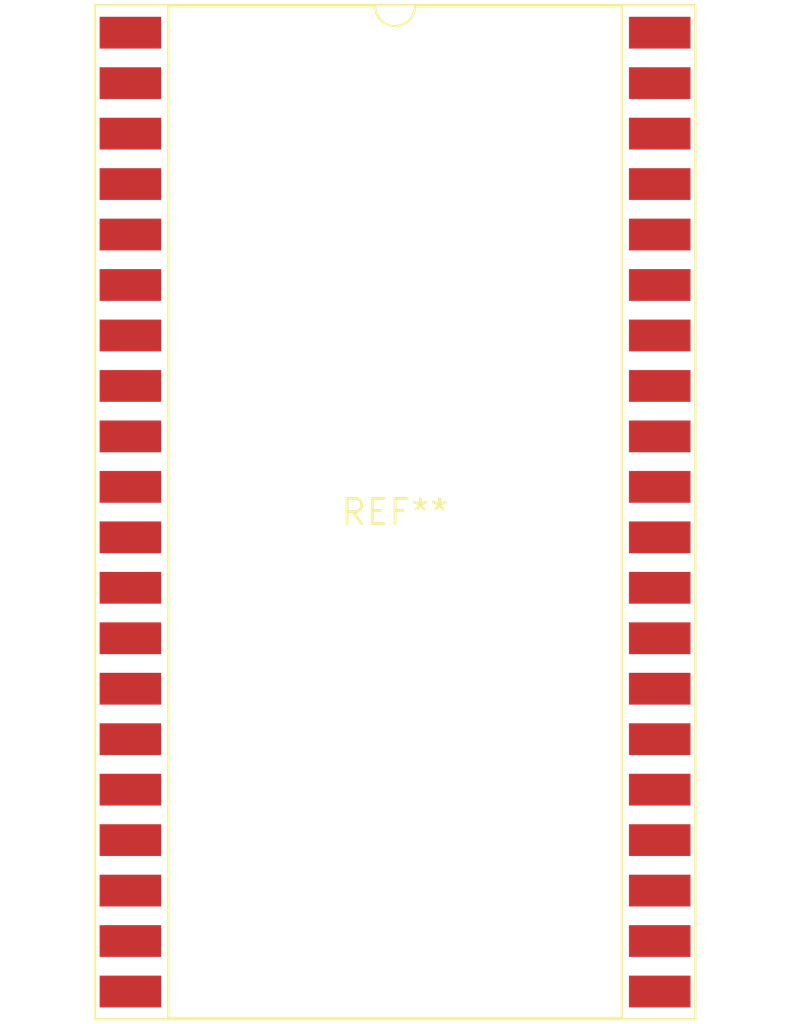
<source format=kicad_pcb>
(kicad_pcb (version 20240108) (generator pcbnew)
  (layers (0 "F.Cu" signal) (31 "B.Cu" signal) (34 "B.Paste" user) (35 "F.Paste" user) (36 "B.SilkS" user "B.Silkscreen") (37 "F.SilkS" user "F.Silkscreen") (38 "B.Mask" user) (39 "F.Mask" user) (44 "Edge.Cuts" user))
  (net 0 "")
  (footprint "DIP-40_W26.67mm_SMDSocket_LongPads" (layer "F.Cu") (at 0 0)
    (property "Reference" "REF**")
    (property "Value" "DIP-40_W26.67mm_SMDSocket_LongPads")
    (fp_line (start -15.125 -25.52) (end -15.125 25.52) (layer "F.SilkS") (stroke (width 0.12)))
    (fp_line (start -15.125 25.52) (end 15.125 25.52) (layer "F.SilkS") (stroke (width 0.12)))
    (fp_line (start -11.425 -25.46) (end -11.425 25.46) (layer "F.SilkS") (stroke (width 0.12)))
    (fp_line (start -11.425 25.46) (end 11.425 25.46) (layer "F.SilkS") (stroke (width 0.12)))
    (fp_line (start -1 -25.46) (end -11.425 -25.46) (layer "F.SilkS") (stroke (width 0.12)))
    (fp_line (start 11.425 -25.46) (end 1 -25.46) (layer "F.SilkS") (stroke (width 0.12)))
    (fp_line (start 11.425 25.46) (end 11.425 -25.46) (layer "F.SilkS") (stroke (width 0.12)))
    (fp_line (start 15.125 -25.52) (end -15.125 -25.52) (layer "F.SilkS") (stroke (width 0.12)))
    (fp_line (start 15.125 25.52) (end 15.125 -25.52) (layer "F.SilkS") (stroke (width 0.12)))
    (fp_arc (start 1 -25.46) (mid 0 -24.46) (end -1 -25.46) (layer "F.SilkS") (stroke (width 0.12)))
    (pad "1" smd rect (at -13.335 -24.13) (size 3.1 1.6) (layers "F.Cu" "F.Paste" "F.Mask"))
    (pad "2" smd rect (at -13.335 -21.59) (size 3.1 1.6) (layers "F.Cu" "F.Paste" "F.Mask"))
    (pad "3" smd rect (at -13.335 -19.05) (size 3.1 1.6) (layers "F.Cu" "F.Paste" "F.Mask"))
    (pad "4" smd rect (at -13.335 -16.51) (size 3.1 1.6) (layers "F.Cu" "F.Paste" "F.Mask"))
    (pad "5" smd rect (at -13.335 -13.97) (size 3.1 1.6) (layers "F.Cu" "F.Paste" "F.Mask"))
    (pad "6" smd rect (at -13.335 -11.43) (size 3.1 1.6) (layers "F.Cu" "F.Paste" "F.Mask"))
    (pad "7" smd rect (at -13.335 -8.89) (size 3.1 1.6) (layers "F.Cu" "F.Paste" "F.Mask"))
    (pad "8" smd rect (at -13.335 -6.35) (size 3.1 1.6) (layers "F.Cu" "F.Paste" "F.Mask"))
    (pad "9" smd rect (at -13.335 -3.81) (size 3.1 1.6) (layers "F.Cu" "F.Paste" "F.Mask"))
    (pad "10" smd rect (at -13.335 -1.27) (size 3.1 1.6) (layers "F.Cu" "F.Paste" "F.Mask"))
    (pad "11" smd rect (at -13.335 1.27) (size 3.1 1.6) (layers "F.Cu" "F.Paste" "F.Mask"))
    (pad "12" smd rect (at -13.335 3.81) (size 3.1 1.6) (layers "F.Cu" "F.Paste" "F.Mask"))
    (pad "13" smd rect (at -13.335 6.35) (size 3.1 1.6) (layers "F.Cu" "F.Paste" "F.Mask"))
    (pad "14" smd rect (at -13.335 8.89) (size 3.1 1.6) (layers "F.Cu" "F.Paste" "F.Mask"))
    (pad "15" smd rect (at -13.335 11.43) (size 3.1 1.6) (layers "F.Cu" "F.Paste" "F.Mask"))
    (pad "16" smd rect (at -13.335 13.97) (size 3.1 1.6) (layers "F.Cu" "F.Paste" "F.Mask"))
    (pad "17" smd rect (at -13.335 16.51) (size 3.1 1.6) (layers "F.Cu" "F.Paste" "F.Mask"))
    (pad "18" smd rect (at -13.335 19.05) (size 3.1 1.6) (layers "F.Cu" "F.Paste" "F.Mask"))
    (pad "19" smd rect (at -13.335 21.59) (size 3.1 1.6) (layers "F.Cu" "F.Paste" "F.Mask"))
    (pad "20" smd rect (at -13.335 24.13) (size 3.1 1.6) (layers "F.Cu" "F.Paste" "F.Mask"))
    (pad "21" smd rect (at 13.335 24.13) (size 3.1 1.6) (layers "F.Cu" "F.Paste" "F.Mask"))
    (pad "22" smd rect (at 13.335 21.59) (size 3.1 1.6) (layers "F.Cu" "F.Paste" "F.Mask"))
    (pad "23" smd rect (at 13.335 19.05) (size 3.1 1.6) (layers "F.Cu" "F.Paste" "F.Mask"))
    (pad "24" smd rect (at 13.335 16.51) (size 3.1 1.6) (layers "F.Cu" "F.Paste" "F.Mask"))
    (pad "25" smd rect (at 13.335 13.97) (size 3.1 1.6) (layers "F.Cu" "F.Paste" "F.Mask"))
    (pad "26" smd rect (at 13.335 11.43) (size 3.1 1.6) (layers "F.Cu" "F.Paste" "F.Mask"))
    (pad "27" smd rect (at 13.335 8.89) (size 3.1 1.6) (layers "F.Cu" "F.Paste" "F.Mask"))
    (pad "28" smd rect (at 13.335 6.35) (size 3.1 1.6) (layers "F.Cu" "F.Paste" "F.Mask"))
    (pad "29" smd rect (at 13.335 3.81) (size 3.1 1.6) (layers "F.Cu" "F.Paste" "F.Mask"))
    (pad "30" smd rect (at 13.335 1.27) (size 3.1 1.6) (layers "F.Cu" "F.Paste" "F.Mask"))
    (pad "31" smd rect (at 13.335 -1.27) (size 3.1 1.6) (layers "F.Cu" "F.Paste" "F.Mask"))
    (pad "32" smd rect (at 13.335 -3.81) (size 3.1 1.6) (layers "F.Cu" "F.Paste" "F.Mask"))
    (pad "33" smd rect (at 13.335 -6.35) (size 3.1 1.6) (layers "F.Cu" "F.Paste" "F.Mask"))
    (pad "34" smd rect (at 13.335 -8.89) (size 3.1 1.6) (layers "F.Cu" "F.Paste" "F.Mask"))
    (pad "35" smd rect (at 13.335 -11.43) (size 3.1 1.6) (layers "F.Cu" "F.Paste" "F.Mask"))
    (pad "36" smd rect (at 13.335 -13.97) (size 3.1 1.6) (layers "F.Cu" "F.Paste" "F.Mask"))
    (pad "37" smd rect (at 13.335 -16.51) (size 3.1 1.6) (layers "F.Cu" "F.Paste" "F.Mask"))
    (pad "38" smd rect (at 13.335 -19.05) (size 3.1 1.6) (layers "F.Cu" "F.Paste" "F.Mask"))
    (pad "39" smd rect (at 13.335 -21.59) (size 3.1 1.6) (layers "F.Cu" "F.Paste" "F.Mask"))
    (pad "40" smd rect (at 13.335 -24.13) (size 3.1 1.6) (layers "F.Cu" "F.Paste" "F.Mask"))
  )
)
</source>
